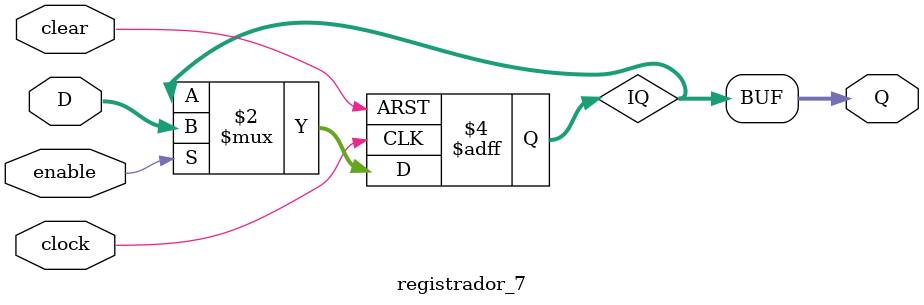
<source format=v>
module registrador_7 (
    input        clock,
    input        clear,
    input        enable,
    input  [8:0] D,
    output [8:0] Q
);

    reg [8:0] IQ;

    always @(posedge clock or posedge clear) begin
        if (clear)
            IQ <= 0;
        else if (enable)
            IQ <= D;
    end

    assign Q = IQ;

endmodule
</source>
